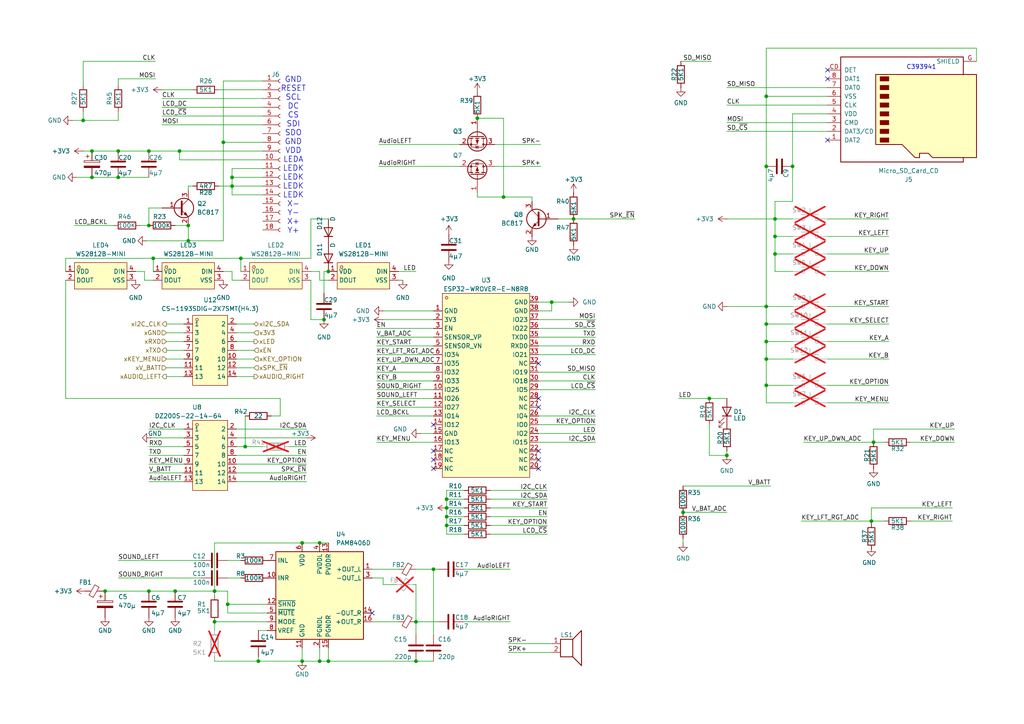
<source format=kicad_sch>
(kicad_sch (version 20231120) (generator "eeschema") (generator_version "8.0")
  (paper "A4")
  (junction (at 52.07 43.815))
  (junction (at 120.65 191.77))
  (junction (at 54.61 65.405))
  (junction (at 129.54 147.32))
  (junction (at 67.31 53.975))
  (junction (at 87.63 191.77))
  (junction (at 129.54 149.86))
  (junction (at 222.25 104.14))
  (junction (at 253.365 128.27))
  (junction (at 205.74 115.57))
  (junction (at 71.12 129.54))
  (junction (at 166.37 63.5))
  (junction (at 34.29 43.815))
  (junction (at 222.25 111.76))
  (junction (at 43.18 171.45))
  (junction (at 95.25 78.74))
  (junction (at 129.54 152.4))
  (junction (at 26.67 43.815))
  (junction (at 69.85 74.93))
  (junction (at 222.25 99.06))
  (junction (at 146.05 57.15))
  (junction (at 43.18 65.405))
  (junction (at 93.98 92.71))
  (junction (at 43.18 43.815))
  (junction (at 87.63 157.48))
  (junction (at 222.25 93.98))
  (junction (at 62.23 171.45))
  (junction (at 62.23 180.34))
  (junction (at 224.79 73.66))
  (junction (at 160.02 87.63))
  (junction (at 34.29 51.435))
  (junction (at 252.73 151.13))
  (junction (at 64.77 41.275))
  (junction (at 67.31 51.435))
  (junction (at 224.79 68.58))
  (junction (at 26.67 51.435))
  (junction (at 92.71 191.77))
  (junction (at 66.04 175.26))
  (junction (at 198.12 148.59))
  (junction (at 222.25 48.26))
  (junction (at 74.93 191.77))
  (junction (at 229.87 48.26))
  (junction (at 24.13 34.925))
  (junction (at 50.8 171.45))
  (junction (at 95.25 191.77))
  (junction (at 30.48 171.45))
  (junction (at 210.82 132.08))
  (junction (at 224.79 63.5))
  (junction (at 138.43 34.29))
  (junction (at 44.45 74.93))
  (junction (at 222.25 88.9))
  (junction (at 120.65 180.34))
  (junction (at 129.54 144.78))
  (junction (at 222.25 27.94))
  (junction (at 125.73 165.1))
  (junction (at 54.61 69.85))
  (junction (at 92.71 157.48))
  (no_connect (at 125.73 130.81))
  (no_connect (at 156.21 130.81))
  (no_connect (at 156.21 135.89))
  (no_connect (at 240.03 40.64))
  (no_connect (at 156.21 115.57))
  (no_connect (at 125.73 135.89))
  (no_connect (at 107.95 177.8))
  (no_connect (at 156.21 118.11))
  (no_connect (at 125.73 133.35))
  (no_connect (at 156.21 133.35))
  (no_connect (at 240.03 22.86))
  (no_connect (at 156.21 105.41))
  (no_connect (at 125.73 123.19))
  (no_connect (at 240.03 20.32))
  (wire (pts (xy 109.22 102.87) (xy 125.73 102.87)))
  (wire (pts (xy 81.28 120.65) (xy 78.74 120.65)))
  (wire (pts (xy 62.23 157.48) (xy 62.23 171.45)))
  (wire (pts (xy 34.29 51.435) (xy 43.18 51.435)))
  (wire (pts (xy 19.05 74.93) (xy 44.45 74.93)))
  (wire (pts (xy 120.65 165.1) (xy 125.73 165.1)))
  (wire (pts (xy 240.03 78.74) (xy 257.81 78.74)))
  (wire (pts (xy 45.085 22.86) (xy 34.29 22.86)))
  (wire (pts (xy 66.04 171.45) (xy 62.23 171.45)))
  (wire (pts (xy 55.88 53.975) (xy 54.61 53.975)))
  (wire (pts (xy 240.03 33.02) (xy 229.87 33.02)))
  (wire (pts (xy 29.845 171.45) (xy 30.48 171.45)))
  (wire (pts (xy 134.62 154.94) (xy 129.54 154.94)))
  (wire (pts (xy 109.22 118.11) (xy 125.73 118.11)))
  (wire (pts (xy 198.12 157.48) (xy 198.12 156.21)))
  (wire (pts (xy 222.25 111.76) (xy 222.25 104.14)))
  (wire (pts (xy 68.58 93.98) (xy 73.66 93.98)))
  (wire (pts (xy 19.05 78.74) (xy 19.05 74.93)))
  (wire (pts (xy 63.5 26.035) (xy 76.2 26.035)))
  (wire (pts (xy 30.48 171.45) (xy 43.18 171.45)))
  (wire (pts (xy 19.05 81.28) (xy 19.05 115.57)))
  (wire (pts (xy 146.05 57.15) (xy 154.305 57.15)))
  (wire (pts (xy 62.23 171.45) (xy 62.23 172.72)))
  (wire (pts (xy 46.99 26.035) (xy 55.88 26.035)))
  (wire (pts (xy 43.815 127) (xy 53.34 127)))
  (wire (pts (xy 142.24 147.32) (xy 158.75 147.32)))
  (wire (pts (xy 64.77 23.495) (xy 76.2 23.495)))
  (wire (pts (xy 109.22 95.25) (xy 125.73 95.25)))
  (wire (pts (xy 160.02 87.63) (xy 165.1 87.63)))
  (wire (pts (xy 229.87 111.76) (xy 222.25 111.76)))
  (wire (pts (xy 74.93 182.88) (xy 77.47 182.88)))
  (wire (pts (xy 156.21 113.03) (xy 172.72 113.03)))
  (wire (pts (xy 147.32 186.69) (xy 160.02 186.69)))
  (wire (pts (xy 156.21 92.71) (xy 172.72 92.71)))
  (wire (pts (xy 109.855 41.91) (xy 133.35 41.91)))
  (wire (pts (xy 252.73 147.32) (xy 252.73 151.13)))
  (wire (pts (xy 222.25 88.9) (xy 229.87 88.9)))
  (wire (pts (xy 92.71 78.74) (xy 92.71 81.28)))
  (wire (pts (xy 26.67 43.815) (xy 34.29 43.815)))
  (wire (pts (xy 283.21 13.97) (xy 222.25 13.97)))
  (wire (pts (xy 71.12 120.65) (xy 71.12 129.54)))
  (wire (pts (xy 129.54 152.4) (xy 129.54 149.86)))
  (wire (pts (xy 146.05 34.29) (xy 146.05 57.15)))
  (wire (pts (xy 134.62 147.32) (xy 129.54 147.32)))
  (wire (pts (xy 67.31 51.435) (xy 67.31 48.895)))
  (wire (pts (xy 134.62 165.1) (xy 147.955 165.1)))
  (wire (pts (xy 46.99 28.575) (xy 76.2 28.575)))
  (wire (pts (xy 81.28 115.57) (xy 81.28 120.65)))
  (wire (pts (xy 210.82 63.5) (xy 224.79 63.5)))
  (wire (pts (xy 134.62 144.78) (xy 129.54 144.78)))
  (wire (pts (xy 127 180.34) (xy 120.65 180.34)))
  (wire (pts (xy 142.24 154.94) (xy 158.75 154.94)))
  (wire (pts (xy 64.77 41.275) (xy 76.2 41.275)))
  (wire (pts (xy 64.77 23.495) (xy 64.77 41.275)))
  (wire (pts (xy 240.03 68.58) (xy 257.81 68.58)))
  (wire (pts (xy 43.18 60.325) (xy 43.18 65.405)))
  (wire (pts (xy 109.22 97.79) (xy 125.73 97.79)))
  (wire (pts (xy 156.845 41.91) (xy 143.51 41.91)))
  (wire (pts (xy 68.58 129.54) (xy 71.12 129.54)))
  (wire (pts (xy 111.125 169.545) (xy 111.125 167.64)))
  (wire (pts (xy 224.79 78.74) (xy 229.87 78.74)))
  (wire (pts (xy 111.125 92.71) (xy 125.73 92.71)))
  (wire (pts (xy 224.79 73.66) (xy 224.79 78.74)))
  (wire (pts (xy 156.845 48.26) (xy 143.51 48.26)))
  (wire (pts (xy 109.22 115.57) (xy 125.73 115.57)))
  (wire (pts (xy 240.03 63.5) (xy 257.81 63.5)))
  (wire (pts (xy 24.13 43.815) (xy 26.67 43.815)))
  (wire (pts (xy 46.99 60.325) (xy 43.18 60.325)))
  (wire (pts (xy 74.93 190.5) (xy 74.93 191.77)))
  (wire (pts (xy 93.98 78.74) (xy 95.25 78.74)))
  (wire (pts (xy 34.29 22.86) (xy 34.29 24.765)))
  (wire (pts (xy 232.41 151.13) (xy 252.73 151.13)))
  (wire (pts (xy 68.58 106.68) (xy 73.66 106.68)))
  (wire (pts (xy 90.17 81.28) (xy 90.17 92.71)))
  (wire (pts (xy 283.21 17.78) (xy 283.21 13.97)))
  (wire (pts (xy 92.71 81.28) (xy 95.25 81.28)))
  (wire (pts (xy 20.955 34.925) (xy 24.13 34.925)))
  (wire (pts (xy 222.25 104.14) (xy 229.87 104.14)))
  (wire (pts (xy 224.79 63.5) (xy 224.79 68.58)))
  (wire (pts (xy 67.31 51.435) (xy 76.2 51.435)))
  (wire (pts (xy 34.29 32.385) (xy 34.29 34.925)))
  (wire (pts (xy 222.25 27.94) (xy 240.03 27.94)))
  (wire (pts (xy 252.73 151.765) (xy 252.73 151.13)))
  (wire (pts (xy 127 165.1) (xy 125.73 165.1)))
  (wire (pts (xy 142.24 144.78) (xy 158.75 144.78)))
  (wire (pts (xy 154.305 57.15) (xy 154.305 58.42)))
  (wire (pts (xy 205.74 115.57) (xy 210.82 115.57)))
  (wire (pts (xy 95.25 191.77) (xy 92.71 191.77)))
  (wire (pts (xy 129.54 142.24) (xy 129.54 144.78)))
  (wire (pts (xy 120.65 180.34) (xy 120.65 184.15)))
  (wire (pts (xy 156.21 128.27) (xy 172.72 128.27)))
  (wire (pts (xy 67.31 53.975) (xy 67.31 51.435)))
  (wire (pts (xy 68.58 104.14) (xy 73.66 104.14)))
  (wire (pts (xy 68.58 127) (xy 88.9 127)))
  (wire (pts (xy 68.58 124.46) (xy 88.9 124.46)))
  (wire (pts (xy 240.03 35.56) (xy 210.82 35.56)))
  (wire (pts (xy 125.73 165.1) (xy 125.73 184.15)))
  (wire (pts (xy 44.45 74.93) (xy 69.85 74.93)))
  (wire (pts (xy 161.925 63.5) (xy 166.37 63.5)))
  (wire (pts (xy 109.22 100.33) (xy 125.73 100.33)))
  (wire (pts (xy 156.21 95.25) (xy 172.72 95.25)))
  (wire (pts (xy 264.16 151.13) (xy 276.225 151.13)))
  (wire (pts (xy 43.18 129.54) (xy 53.34 129.54)))
  (wire (pts (xy 222.25 48.26) (xy 222.25 88.9)))
  (wire (pts (xy 134.62 152.4) (xy 129.54 152.4)))
  (wire (pts (xy 156.21 107.95) (xy 172.72 107.95)))
  (wire (pts (xy 253.365 128.27) (xy 256.54 128.27)))
  (wire (pts (xy 222.25 111.76) (xy 222.25 116.84)))
  (wire (pts (xy 19.05 115.57) (xy 81.28 115.57)))
  (wire (pts (xy 198.12 140.97) (xy 223.52 140.97)))
  (wire (pts (xy 46.99 33.655) (xy 76.2 33.655)))
  (wire (pts (xy 109.855 48.26) (xy 133.35 48.26)))
  (wire (pts (xy 34.29 162.56) (xy 58.42 162.56)))
  (wire (pts (xy 95.25 187.96) (xy 95.25 191.77)))
  (wire (pts (xy 43.18 132.08) (xy 53.34 132.08)))
  (wire (pts (xy 109.22 105.41) (xy 125.73 105.41)))
  (wire (pts (xy 66.04 162.56) (xy 69.85 162.56)))
  (wire (pts (xy 69.85 74.93) (xy 69.85 78.74)))
  (wire (pts (xy 134.62 149.86) (xy 129.54 149.86)))
  (wire (pts (xy 240.03 111.76) (xy 257.81 111.76)))
  (wire (pts (xy 43.18 43.815) (xy 52.07 43.815)))
  (wire (pts (xy 53.34 96.52) (xy 48.26 96.52)))
  (wire (pts (xy 222.25 88.9) (xy 222.25 93.98)))
  (wire (pts (xy 210.82 30.48) (xy 240.03 30.48)))
  (wire (pts (xy 44.45 74.93) (xy 44.45 78.74)))
  (wire (pts (xy 53.34 101.6) (xy 48.26 101.6)))
  (wire (pts (xy 83.82 129.54) (xy 88.9 129.54)))
  (wire (pts (xy 67.31 78.74) (xy 67.31 81.28)))
  (wire (pts (xy 138.43 55.88) (xy 138.43 57.15)))
  (wire (pts (xy 156.21 100.33) (xy 172.72 100.33)))
  (wire (pts (xy 67.31 81.28) (xy 69.85 81.28)))
  (wire (pts (xy 276.86 124.46) (xy 253.365 124.46)))
  (wire (pts (xy 240.03 38.1) (xy 210.82 38.1)))
  (wire (pts (xy 114.935 169.545) (xy 111.125 169.545)))
  (wire (pts (xy 109.22 113.03) (xy 125.73 113.03)))
  (wire (pts (xy 52.07 46.355) (xy 52.07 43.815)))
  (wire (pts (xy 54.61 65.405) (xy 54.61 69.85)))
  (wire (pts (xy 34.29 43.815) (xy 43.18 43.815)))
  (wire (pts (xy 142.24 149.86) (xy 158.75 149.86)))
  (wire (pts (xy 66.04 177.8) (xy 66.04 175.26)))
  (wire (pts (xy 156.21 125.73) (xy 172.72 125.73)))
  (wire (pts (xy 68.58 137.16) (xy 88.9 137.16)))
  (wire (pts (xy 43.18 134.62) (xy 53.34 134.62)))
  (wire (pts (xy 95.25 157.48) (xy 92.71 157.48)))
  (wire (pts (xy 210.82 132.08) (xy 210.82 130.81)))
  (wire (pts (xy 229.87 116.84) (xy 222.25 116.84)))
  (wire (pts (xy 42.545 69.85) (xy 54.61 69.85)))
  (wire (pts (xy 52.07 46.355) (xy 76.2 46.355)))
  (wire (pts (xy 196.85 115.57) (xy 205.74 115.57)))
  (wire (pts (xy 67.31 48.895) (xy 76.2 48.895)))
  (wire (pts (xy 64.77 41.275) (xy 64.77 69.85)))
  (wire (pts (xy 24.13 32.385) (xy 24.13 34.925)))
  (wire (pts (xy 53.34 93.98) (xy 48.26 93.98)))
  (wire (pts (xy 205.74 132.08) (xy 210.82 132.08)))
  (wire (pts (xy 68.58 109.22) (xy 73.66 109.22)))
  (wire (pts (xy 90.17 74.93) (xy 90.17 63.5)))
  (wire (pts (xy 197.485 17.78) (xy 206.375 17.78)))
  (wire (pts (xy 156.21 90.17) (xy 160.02 90.17)))
  (wire (pts (xy 26.67 51.435) (xy 34.29 51.435)))
  (wire (pts (xy 109.22 107.95) (xy 125.73 107.95)))
  (wire (pts (xy 240.03 93.98) (xy 257.81 93.98)))
  (wire (pts (xy 53.34 99.06) (xy 48.26 99.06)))
  (wire (pts (xy 205.74 123.19) (xy 205.74 132.08)))
  (wire (pts (xy 69.85 74.93) (xy 90.17 74.93)))
  (wire (pts (xy 68.58 96.52) (xy 73.66 96.52)))
  (wire (pts (xy 222.25 99.06) (xy 222.25 104.14)))
  (wire (pts (xy 252.73 159.385) (xy 252.73 158.75)))
  (wire (pts (xy 222.25 27.94) (xy 222.25 48.26)))
  (wire (pts (xy 224.79 63.5) (xy 229.87 63.5)))
  (wire (pts (xy 156.21 110.49) (xy 172.72 110.49)))
  (wire (pts (xy 224.79 68.58) (xy 229.87 68.58)))
  (wire (pts (xy 50.8 171.45) (xy 62.23 171.45)))
  (wire (pts (xy 198.12 148.59) (xy 210.82 148.59)))
  (wire (pts (xy 222.25 93.98) (xy 229.87 93.98)))
  (wire (pts (xy 67.31 56.515) (xy 76.2 56.515)))
  (wire (pts (xy 67.31 53.975) (xy 76.2 53.975)))
  (wire (pts (xy 166.37 63.5) (xy 184.15 63.5)))
  (wire (pts (xy 53.34 104.14) (xy 48.26 104.14)))
  (wire (pts (xy 120.65 169.545) (xy 120.65 180.34)))
  (wire (pts (xy 109.22 110.49) (xy 125.73 110.49)))
  (wire (pts (xy 68.58 132.08) (xy 88.9 132.08)))
  (wire (pts (xy 222.25 99.06) (xy 229.87 99.06)))
  (wire (pts (xy 22.225 51.435) (xy 26.67 51.435)))
  (wire (pts (xy 95.25 191.77) (xy 120.65 191.77)))
  (wire (pts (xy 24.13 17.78) (xy 24.13 24.765)))
  (wire (pts (xy 120.65 191.77) (xy 125.73 191.77)))
  (wire (pts (xy 276.225 147.32) (xy 252.73 147.32)))
  (wire (pts (xy 66.04 167.64) (xy 69.85 167.64)))
  (wire (pts (xy 240.03 88.9) (xy 257.81 88.9)))
  (wire (pts (xy 87.63 191.77) (xy 74.93 191.77)))
  (wire (pts (xy 92.71 191.77) (xy 87.63 191.77)))
  (wire (pts (xy 62.23 191.77) (xy 74.93 191.77)))
  (wire (pts (xy 229.87 33.02) (xy 229.87 48.26)))
  (wire (pts (xy 111.125 90.17) (xy 125.73 90.17)))
  (wire (pts (xy 87.63 187.96) (xy 87.63 191.77)))
  (wire (pts (xy 264.16 128.27) (xy 276.86 128.27)))
  (wire (pts (xy 77.47 177.8) (xy 66.04 177.8)))
  (wire (pts (xy 54.61 53.975) (xy 54.61 55.245)))
  (wire (pts (xy 66.04 175.26) (xy 66.04 171.45)))
  (wire (pts (xy 240.03 104.14) (xy 257.81 104.14)))
  (wire (pts (xy 134.62 180.34) (xy 147.955 180.34)))
  (wire (pts (xy 156.21 87.63) (xy 160.02 87.63)))
  (wire (pts (xy 45.085 17.78) (xy 24.13 17.78)))
  (wire (pts (xy 68.58 101.6) (xy 73.66 101.6)))
  (wire (pts (xy 90.17 63.5) (xy 95.25 63.5)))
  (wire (pts (xy 138.43 57.15) (xy 146.05 57.15)))
  (wire (pts (xy 120.015 169.545) (xy 120.65 169.545)))
  (wire (pts (xy 160.02 90.17) (xy 160.02 87.63)))
  (wire (pts (xy 147.32 189.23) (xy 160.02 189.23)))
  (wire (pts (xy 138.43 34.29) (xy 146.05 34.29)))
  (wire (pts (xy 43.18 139.7) (xy 53.34 139.7)))
  (wire (pts (xy 62.23 190.5) (xy 62.23 191.77)))
  (wire (pts (xy 109.22 128.27) (xy 125.73 128.27)))
  (wire (pts (xy 142.24 142.24) (xy 158.75 142.24)))
  (wire (pts (xy 142.24 152.4) (xy 158.75 152.4)))
  (wire (pts (xy 24.13 34.925) (xy 34.29 34.925)))
  (wire (pts (xy 129.54 154.94) (xy 129.54 152.4)))
  (wire (pts (xy 87.63 157.48) (xy 92.71 157.48)))
  (wire (pts (xy 134.62 142.24) (xy 129.54 142.24)))
  (wire (pts (xy 62.23 157.48) (xy 87.63 157.48)))
  (wire (pts (xy 46.99 31.115) (xy 76.2 31.115)))
  (wire (pts (xy 76.2 129.54) (xy 71.12 129.54)))
  (wire (pts (xy 34.29 167.64) (xy 58.42 167.64)))
  (wire (pts (xy 53.34 109.22) (xy 48.26 109.22)))
  (wire (pts (xy 46.99 36.195) (xy 76.2 36.195)))
  (wire (pts (xy 224.79 58.42) (xy 224.79 63.5)))
  (wire (pts (xy 63.5 53.975) (xy 67.31 53.975)))
  (wire (pts (xy 233.045 128.27) (xy 253.365 128.27)))
  (wire (pts (xy 115.57 78.74) (xy 120.65 78.74)))
  (wire (pts (xy 64.77 78.74) (xy 67.31 78.74)))
  (wire (pts (xy 222.25 13.97) (xy 222.25 27.94)))
  (wire (pts (xy 224.79 68.58) (xy 224.79 73.66)))
  (wire (pts (xy 224.79 73.66) (xy 229.87 73.66)))
  (wire (pts (xy 156.21 102.87) (xy 172.72 102.87)))
  (wire (pts (xy 156.21 123.19) (xy 172.72 123.19)))
  (wire (pts (xy 111.125 167.64) (xy 107.95 167.64)))
  (wire (pts (xy 67.31 56.515) (xy 67.31 53.975)))
  (wire (pts (xy 53.34 106.68) (xy 48.26 106.68)))
  (wire (pts (xy 107.95 165.1) (xy 115.57 165.1)))
  (wire (pts (xy 252.73 151.13) (xy 256.54 151.13)))
  (wire (pts (xy 240.03 99.06) (xy 257.81 99.06)))
  (wire (pts (xy 41.91 78.74) (xy 41.91 81.28)))
  (wire (pts (xy 66.04 175.26) (xy 77.47 175.26)))
  (wire (pts (xy 68.58 99.06) (xy 73.66 99.06)))
  (wire (pts (xy 240.03 116.84) (xy 257.81 116.84)))
  (wire (pts (xy 129.54 147.32) (xy 129.54 149.86)))
  (wire (pts (xy 109.22 120.65) (xy 125.73 120.65)))
  (wire (pts (xy 90.17 78.74) (xy 92.71 78.74)))
  (wire (pts (xy 68.58 134.62) (xy 88.9 134.62)))
  (wire (pts (xy 52.07 43.815) (xy 76.2 43.815)))
  (wire (pts (xy 41.91 81.28) (xy 44.45 81.28)))
  (wire (pts (xy 62.23 182.88) (xy 62.23 180.34)))
  (wire (pts (xy 210.82 88.9) (xy 222.25 88.9)))
  (wire (pts (xy 240.03 73.66) (xy 257.81 73.66)))
  (wire (pts (xy 43.18 171.45) (xy 50.8 171.45)))
  (wire (pts (xy 210.82 25.4) (xy 240.03 25.4)))
  (wire (pts (xy 62.23 180.34) (xy 77.47 180.34)))
  (wire (pts (xy 21.59 65.405) (xy 33.02 65.405)))
  (wire (pts (xy 107.95 180.34) (xy 115.57 180.34)))
  (wire (pts (xy 156.21 120.65) (xy 172.72 120.65)))
  (wire (pts (xy 43.18 124.46) (xy 53.34 124.46)))
  (wire (pts (xy 92.71 187.96) (xy 92.71 191.77)))
  (wire (pts (xy 121.92 125.73) (xy 125.73 125.73)))
  (wire (pts (xy 40.64 65.405) (xy 43.18 65.405)))
  (wire (pts (xy 39.37 78.74) (xy 41.91 78.74)))
  (wire (pts (xy 93.98 85.09) (xy 93.98 78.74)))
  (wire (pts (xy 129.54 144.78) (xy 129.54 147.32)))
  (wire (pts (xy 68.58 139.7) (xy 88.9 139.7)))
  (wire (pts (xy 54.61 69.85) (xy 64.77 69.85)))
  (wire (pts (xy 90.17 92.71) (xy 93.98 92.71)))
  (wire (pts (xy 222.25 93.98) (xy 222.25 99.06)))
  (wire (pts (xy 253.365 124.46) (xy 253.365 128.27)))
  (wire (pts (xy 156.21 97.79) (xy 172.72 97.79)))
  (wire (pts (xy 50.8 65.405) (xy 54.61 65.405)))
  (wire (pts (xy 224.79 58.42) (xy 229.87 58.42)))
  (wire (pts (xy 229.87 58.42) (xy 229.87 48.26)))
  (wire (pts (xy 43.18 137.16) (xy 53.34 137.16)))
  (wire (pts (xy 116.84 81.28) (xy 115.57 81.28)))
  (text "GND\nRESET\nSCL\nDC\nCS\nSDI\nSDO\nGND\nVDD\nLEDA\nLEDK\nLEDK\nLEDK\nLEDK\nX-\nY-\nX+\nY+\n" (at 85.09 45.085 0) (effects (font (size 1.6002 1.6002))))
  (text "C393941" (at 262.89 20.32 0) (effects (font (size 1.27 1.27)) (justify left bottom)))
  (label "KEY_UP" (at 257.81 73.66 180))
  (label "KEY_SELECT" (at 109.22 118.11 0))
  (label "EN" (at 109.22 95.25 0))
  (label "LED" (at 172.72 125.73 180))
  (label "KEY_START" (at 109.22 100.33 0))
  (label "SD_~{CS}" (at 210.82 38.1 0))
  (label "CLK" (at 210.82 30.48 0))
  (label "KEY_RIGHT" (at 257.81 63.5 180))
  (label "AudioRIGHT" (at 147.955 180.34 180))
  (label "MOSI" (at 210.82 35.56 0))
  (label "SOUND_RIGHT" (at 34.29 167.64 0))
  (label "LED" (at 120.65 78.74 180))
  (label "LCD_~{CS}" (at 158.75 154.94 180))
  (label "AudioLEFT" (at 147.955 165.1 180))
  (label "SPK-" (at 156.845 41.91 180))
  (label "AudioLEFT" (at 109.855 41.91 0))
  (label "TXD" (at 172.72 97.79 180))
  (label "KEY_DOWN" (at 276.86 128.27 180))
  (label "LED" (at 196.85 115.57 0))
  (label "SD_~{CS}" (at 172.72 95.25 180))
  (label "RXD" (at 43.18 129.54 0))
  (label "KEY_LEFT" (at 276.225 147.32 180))
  (label "I2C_CLK" (at 158.75 142.24 180))
  (label "LCD_BCKL" (at 21.59 65.405 0))
  (label "SD_MISO" (at 210.82 25.4 0))
  (label "LED" (at 88.9 129.54 180))
  (label "CLK" (at 46.99 28.575 0))
  (label "SOUND_LEFT" (at 109.22 115.57 0))
  (label "KEY_LFT_RGT_ADC" (at 232.41 151.13 0))
  (label "SOUND_RIGHT" (at 109.22 113.03 0))
  (label "I2C_SDA" (at 172.72 128.27 180))
  (label "I2C_CLK" (at 172.72 120.65 180))
  (label "MOSI" (at 45.085 22.86 180))
  (label "LCD_~{CS}" (at 172.72 113.03 180))
  (label "SPK-" (at 147.32 186.69 0))
  (label "KEY_OPTION" (at 257.81 111.76 180))
  (label "CLK" (at 172.72 110.49 180))
  (label "LCD_DC" (at 46.99 31.115 0))
  (label "KEY_UP_DWN_ADC" (at 233.045 128.27 0))
  (label "KEY_LFT_RGT_ADC" (at 109.22 102.87 0))
  (label "LCD_~{CS}" (at 46.99 33.655 0))
  (label "KEY_MENU" (at 109.22 128.27 0))
  (label "AudioLEFT" (at 43.18 139.7 0))
  (label "KEY_OPTION" (at 158.75 152.4 180))
  (label "AudioRIGHT" (at 88.9 139.7 180))
  (label "KEY_B" (at 109.22 110.49 0))
  (label "KEY_MENU" (at 257.81 116.84 180))
  (label "KEY_UP_DWN_ADC" (at 109.22 105.41 0))
  (label "SD_MISO" (at 172.72 107.95 180))
  (label "LCD_DC" (at 172.72 102.87 180))
  (label "LCD_BCKL" (at 109.22 120.65 0))
  (label "KEY_START" (at 257.81 88.9 180))
  (label "MOSI" (at 172.72 92.71 180))
  (label "EN" (at 158.75 149.86 180))
  (label "KEY_A" (at 257.81 99.06 180))
  (label "MOSI" (at 46.99 36.195 0))
  (label "KEY_DOWN" (at 257.81 78.74 180))
  (label "RXD" (at 172.72 100.33 180))
  (label "I2C_SDA" (at 158.75 144.78 180))
  (label "V_BAT_ADC" (at 210.82 148.59 180))
  (label "KEY_START" (at 158.75 147.32 180))
  (label "KEY_OPTION" (at 172.72 123.19 180))
  (label "KEY_OPTION" (at 88.9 134.62 180))
  (label "V_BATT" (at 43.18 137.16 0))
  (label "SOUND_LEFT" (at 34.29 162.56 0))
  (label "I2C_SDA" (at 88.9 124.46 180))
  (label "AudioRIGHT" (at 109.855 48.26 0))
  (label "SPK+" (at 156.845 48.26 180))
  (label "SD_MISO" (at 206.375 17.78 180))
  (label "V_BATT" (at 223.52 140.97 180))
  (label "KEY_SELECT" (at 257.81 93.98 180))
  (label "EN" (at 88.9 132.08 180))
  (label "TXD" (at 43.18 132.08 0))
  (label "V_BAT_ADC" (at 109.22 97.79 0))
  (label "KEY_A" (at 109.22 107.95 0))
  (label "SPK_~{EN}" (at 184.15 63.5 180))
  (label "KEY_RIGHT" (at 276.225 151.13 180))
  (label "KEY_LEFT" (at 257.81 68.58 180))
  (label "CLK" (at 45.085 17.78 180))
  (label "I2C_CLK" (at 43.18 124.46 0))
  (label "KEY_MENU" (at 43.18 134.62 0))
  (label "KEY_UP" (at 276.86 124.46 180))
  (label "KEY_B" (at 257.81 104.14 180))
  (label "SPK_~{EN}" (at 88.9 137.16 180))
  (label "SPK+" (at 147.32 189.23 0))
  (hierarchical_label "xKEY_MENU" (shape input) (at 48.26 104.14 180))
  (hierarchical_label "xRXD" (shape input) (at 48.26 99.06 180))
  (hierarchical_label "xKEY_OPTION" (shape input) (at 73.66 104.14 0))
  (hierarchical_label "xAUDIO_LEFT" (shape output) (at 48.26 109.22 180))
  (hierarchical_label "x3V3" (shape input) (at 73.66 96.52 0))
  (hierarchical_label "xAUDIO_RIGHT" (shape output) (at 73.66 109.22 0))
  (hierarchical_label "xTXD" (shape output) (at 48.26 101.6 180))
  (hierarchical_label "xEN" (shape input) (at 73.66 101.6 0))
  (hierarchical_label "xI2C_SDA" (shape bidirectional) (at 73.66 93.98 0))
  (hierarchical_label "xGND" (shape input) (at 48.26 96.52 180))
  (hierarchical_label "xI2C_CLK" (shape output) (at 48.26 93.98 180))
  (hierarchical_label "xLED" (shape output) (at 73.66 99.06 0))
  (hierarchical_label "xSPK_~{EN}" (shape input) (at 73.66 106.68 0))
  (hierarchical_label "xV_BATT" (shape input) (at 48.26 106.68 180))
  (symbol (lib_id "power:+3V3") (at 46.99 26.035 90) (unit 1)
    (property "Reference" "#PWR033" (effects (hide yes)))
    (property "Value" "+3V3" (at 43.18 26.035 90) (effects (justify left)))
    (property "Description" "Power symbol creates a global label with name \"+3V3\"" (effects (hide yes)))
  )
  (symbol (lib_id "Device:R") (at 138.43 152.4 270) (unit 1)
    (property "Reference" "R17" (at 132.08 151.13 90))
    (property "Value" "5K1" (at 138.43 152.4 90))
    (property "Footprint" "Resistor_SMD:R_0603_1608Metric_Pad0.98x0.95mm_HandSolder" (effects (hide yes)))
    (property "LCSC" "C26000" (effects (hide yes)))
    (property "SOURCED" "jop" (effects (hide yes)))
  )
  (symbol (lib_id "power:GND") (at 22.225 51.435 270) (mirror x) (unit 1)
    (property "Reference" "#PWR035" (effects (hide yes)))
    (property "Value" "GND" (at 17.145 51.435 90))
  )
  (symbol (lib_id "power:GND") (at 210.82 88.9 270) (mirror x) (unit 1)
    (property "Reference" "#PWR034" (effects (hide yes)))
    (property "Value" "GND" (at 205.74 88.9 90))
  )
  (symbol (lib_id "power:GND") (at 20.955 34.925 270) (mirror x) (unit 1)
    (property "Reference" "#PWR042" (effects (hide yes)))
    (property "Value" "GND" (at 15.875 34.925 90))
  )
  (symbol (lib_id "power:GND") (at 154.305 68.58 0) (mirror y) (unit 1)
    (property "Reference" "#PWR047" (effects (hide yes)))
    (property "Value" "GND" (at 154.305 72.39 0))
  )
  (symbol (lib_id "power:GND") (at 42.545 69.85 270) (mirror x) (unit 1)
    (property "Reference" "#PWR041" (effects (hide yes)))
    (property "Value" "GND" (at 37.465 69.85 90))
  )
  (symbol (lib_id "power:GND") (at 253.365 135.89 0) (unit 1)
    (property "Reference" "#PWR024" (effects (hide yes)))
    (property "Value" "GND" (at 253.365 140.335 0))
    (property "Description" "Power symbol creates a global label with name \"GND\" , ground" (effects (hide yes)))
  )
  (symbol (lib_id "easyeda2kicad:ESP32-WROVER-E-N8R8") (at 140.97 111.76 0) (unit 1)
    (property "Reference" "U3" (at 140.97 81.28 0))
    (property "Value" "ESP32-WROVER-E-N8R8" (at 140.97 83.82 0))
    (property "Footprint" "easyeda2kicad:WIFI-SMD_ESP32-WROVER-IE8MB" (effects (hide yes)))
    (property "SOURCED" "jop" (effects (hide yes)))
    (property "LCSC" "C2973667" (effects (hide yes)))
  )
  (symbol (lib_id "power:GND") (at 165.1 87.63 90) (unit 1)
    (property "Reference" "#PWR019" (effects (hide yes)))
    (property "Value" "GND" (at 168.91 87.6299 90) (effects (justify right)))
    (property "Description" "Power symbol creates a global label with name \"GND\" , ground" (effects (hide yes)))
  )
  (symbol (lib_id "power:+3V3") (at 111.125 92.71 90) (unit 1)
    (property "Reference" "#PWR04" (effects (hide yes)))
    (property "Value" "+3V3" (at 107.315 92.71 90) (effects (justify left)))
    (property "Description" "Power symbol creates a global label with name \"+3V3\"" (effects (hide yes)))
  )
  (symbol (lib_id "Device:D") (at 95.25 74.93 90) (unit 1)
    (property "Reference" "D11" (at 92.71 72.39 0))
    (property "Value" "D" (at 96.52 71.12 0))
    (property "Footprint" "Diode_SMD:Nexperia_CFP3_SOD-123W" (effects (hide yes)))
    (property "Description" "Diode" (effects (hide yes)))
    (property "Sim.Device" "D" (effects (hide yes)))
    (property "Sim.Pins" "1=K 2=A" (effects (hide yes)))
    (property "LCSC" "C5120763" (effects (hide yes)))
    (property "SOURCED" "jop" (effects (hide yes)))
  )
  (symbol (lib_id "Device:R") (at 138.43 142.24 270) (unit 1)
    (property "Reference" "R10" (at 132.08 140.97 90))
    (property "Value" "5K1" (at 138.43 142.24 90))
    (property "Footprint" "Resistor_SMD:R_0603_1608Metric_Pad0.98x0.95mm_HandSolder" (effects (hide yes)))
    (property "LCSC" "C26000" (effects (hide yes)))
    (property "SOURCED" "jop" (effects (hide yes)))
  )
  (symbol (lib_id "Device:C_Polarized") (at 30.48 175.26 0) (unit 1)
    (property "Reference" "C5" (at 34.29 173.1009 0) (effects (justify left)))
    (property "Value" "470µ" (at 34.29 175.6409 0) (effects (justify left)))
    (property "Footprint" "Capacitor_Tantalum_SMD:CP_EIA-7343-43_Kemet-X" (effects (hide yes)))
    (property "Description" "Polarized capacitor" (effects (hide yes)))
    (property "LCSC" "C724264" (effects (hide yes)))
  )
  (symbol (lib_id "Device:R") (at 198.12 144.78 0) (unit 1)
    (property "Reference" "R35" (at 199.39 142.875 0) (effects (justify left)))
    (property "Value" "100K" (at 198.12 147.32 90) (effects (justify left)))
    (property "Footprint" "Resistor_SMD:R_0603_1608Metric_Pad0.98x0.95mm_HandSolder" (effects (hide yes)))
    (property "LCSC" "C15458" (effects (hide yes)))
    (property "SOURCED" "jop" (effects (hide yes)))
  )
  (symbol (lib_id "Device:R") (at 205.74 119.38 0) (unit 1)
    (property "Reference" "R19" (at 203.835 119.38 90))
    (property "Value" "5K1" (at 205.74 119.38 90))
    (property "Footprint" "Resistor_SMD:R_0603_1608Metric_Pad0.98x0.95mm_HandSolder" (effects (hide yes)))
    (property "LCSC" "C26000" (effects (hide yes)))
    (property "SOURCED" "jop" (effects (hide yes)))
  )
  (symbol (lib_id "Device:FerriteBead_Small") (at 118.11 165.1 90) (unit 1)
    (property "Reference" "FB2" (at 115.57 163.83 90))
    (property "Value" "FerriteBead_Small" (effects (hide yes)))
    (property "Footprint" "Inductor_SMD:L_0805_2012Metric" (effects (hide yes)))
    (property "Description" "600R 100MHz 100mOhm 2Amp" (effects (hide yes)))
    (property "LCSC" "C963878" (effects (hide yes)))
    (property "SOURCED" "jop" (effects (hide yes)))
  )
  (symbol (lib_id "Device:C") (at 130.81 180.34 90) (unit 1)
    (property "Reference" "C18" (at 135.89 179.07 90) (effects (justify left)))
    (property "Value" "4µ7" (at 135.89 181.61 90) (effects (justify left)))
    (property "Footprint" "Capacitor_SMD:C_1206_3216Metric" (effects (hide yes)))
    (property "Description" "25V" (effects (hide yes)))
    (property "LCSC" "C282809" (effects (hide yes)))
    (property "SOURCED" "jop" (effects (hide yes)))
  )
  (symbol (lib_id "Device:R") (at 138.43 149.86 270) (unit 1)
    (property "Reference" "R16" (at 132.08 148.59 90))
    (property "Value" "5K1" (at 138.43 149.86 90))
    (property "Footprint" "Resistor_SMD:R_0603_1608Metric_Pad0.98x0.95mm_HandSolder" (effects (hide yes)))
    (property "LCSC" "C26000" (effects (hide yes)))
    (property "SOURCED" "jop" (effects (hide yes)))
  )
  (symbol (lib_id "easyeda2kicad:DZ200S-22-14-64") (at 60.96 132.08 0) (unit 1)
    (property "Reference" "U8" (at 57.15 118.11 0))
    (property "Value" "DZ200S-22-14-64" (at 54.61 120.65 0))
    (property "Footprint" "easyeda2kicad:HDR-SMD_14P-P2.00-V-M-R2-C7-LS6.4" (effects (hide yes)))
    (property "LCSC" "C5160772" (effects (hide yes)))
  )
  (symbol (lib_id "Device:R") (at 252.73 155.575 0) (unit 1)
    (property "Reference" "R37" (at 250.825 155.575 90))
    (property "Value" "5K1" (at 252.73 155.575 90))
    (property "Footprint" "Resistor_SMD:R_0603_1608Metric_Pad0.98x0.95mm_HandSolder" (effects (hide yes)))
    (property "LCSC" "C26000" (effects (hide yes)))
    (property "SOURCED" "jop" (effects (hide yes)))
  )
  (symbol (lib_id "power:GND") (at 252.73 158.75 0) (unit 1)
    (property "Reference" "#PWR029" (effects (hide yes)))
    (property "Value" "GND" (at 252.095 163.195 0))
    (property "Description" "Power symbol creates a global label with name \"GND\" , ground" (effects (hide yes)))
  )
  (symbol (lib_id "Device:R") (at 80.01 129.54 270) (unit 1) (in_bom no) (dnp yes)
    (property "Reference" "R41" (at 74.93 128.27 90))
    (property "Value" "22" (at 80.01 129.54 90))
    (property "Footprint" "Resistor_SMD:R_0603_1608Metric_Pad0.98x0.95mm_HandSolder" (effects (hide yes)))
    (property "LCSC" "C1203" (effects (hide yes)))
    (property "SOURCED" "jop" (effects (hide yes)))
  )
  (symbol (lib_id "power:GND") (at 87.63 191.77 0) (mirror y) (unit 1)
    (property "Reference" "#PWR022" (effects (hide yes)))
    (property "Value" "GND" (at 87.63 195.58 0))
  )
  (symbol (lib_id "easyeda2kicad:CS-1193SDIG-2X7SMT(H4.3)") (at 60.96 101.6 0) (unit 1)
    (property "Reference" "U12" (at 60.96 86.995 0))
    (property "Value" "CS-1193SDIG-2X7SMT(H4.3)" (at 60.96 89.535 0))
    (property "Footprint" "TheBrutzlers_Lib:PM200-2-07-S-4.3" (effects (hide yes)))
    (property "LCSC" "C3975171" (effects (hide yes)))
  )
  (symbol (lib_id "Device:C") (at 130.81 165.1 90) (unit 1)
    (property "Reference" "C17" (at 135.89 163.83 90) (effects (justify left)))
    (property "Value" "4µ7" (at 135.89 166.37 90) (effects (justify left)))
    (property "Footprint" "Capacitor_SMD:C_1206_3216Metric" (effects (hide yes)))
    (property "Description" "25V" (effects (hide yes)))
    (property "LCSC" "C282809" (effects (hide yes)))
    (property "SOURCED" "jop" (effects (hide yes)))
  )
  (symbol (lib_id "Device:R") (at 197.485 21.59 0) (unit 1)
    (property "Reference" "R22" (at 195.58 21.59 90))
    (property "Value" "5K1" (at 197.485 21.59 90))
    (property "Footprint" "Resistor_SMD:R_0603_1608Metric_Pad0.98x0.95mm_HandSolder" (effects (hide yes)))
    (property "LCSC" "C26000" (effects (hide yes)))
    (property "SOURCED" "jop" (effects (hide yes)))
  )
  (symbol (lib_id "Device:R") (at 73.66 162.56 90) (unit 1)
    (property "Reference" "R3" (at 71.12 161.29 90) (effects (justify left)))
    (property "Value" "100K" (at 76.2 162.56 90) (effects (justify left)))
    (property "Footprint" "Resistor_SMD:R_0603_1608Metric_Pad0.98x0.95mm_HandSolder" (effects (hide yes)))
    (property "LCSC" "C15458" (effects (hide yes)))
    (property "SOURCED" "jop" (effects (hide yes)))
  )
  (symbol (lib_id "Device:R") (at 260.35 151.13 90) (unit 1)
    (property "Reference" "R38" (at 260.35 153.035 90))
    (property "Value" "5K1" (at 260.35 151.13 90))
    (property "Footprint" "Resistor_SMD:R_0603_1608Metric_Pad0.98x0.95mm_HandSolder" (effects (hide yes)))
    (property "LCSC" "C26000" (effects (hide yes)))
    (property "SOURCED" "jop" (effects (hide yes)))
  )
  (symbol (lib_id "Device:R") (at 74.93 120.65 270) (unit 1)
    (property "Reference" "R42" (at 69.85 119.38 90))
    (property "Value" "22" (at 74.93 120.65 90))
    (property "Footprint" "Resistor_SMD:R_0603_1608Metric_Pad0.98x0.95mm_HandSolder" (effects (hide yes)))
    (property "LCSC" "C1203" (effects (hide yes)))
    (property "SOURCED" "jop" (effects (hide yes)))
  )
  (symbol (lib_id "Device:C") (at 93.98 88.9 0) (unit 1)
    (property "Reference" "C29" (at 93.98 86.995 0) (effects (justify left)))
    (property "Value" "4µ7" (at 93.98 91.44 0) (effects (justify left)))
    (property "Footprint" "Capacitor_SMD:C_1206_3216Metric" (effects (hide yes)))
    (property "Description" "25V" (effects (hide yes)))
    (property "LCSC" "C282809" (effects (hide yes)))
    (property "SOURCED" "jop" (effects (hide yes)))
  )
  (symbol (lib_id "Device:R") (at 253.365 132.08 0) (unit 1)
    (property "Reference" "R21" (at 251.46 132.08 90))
    (property "Value" "5K1" (at 253.365 132.08 90))
    (property "Footprint" "Resistor_SMD:R_0603_1608Metric_Pad0.98x0.95mm_HandSolder" (effects (hide yes)))
    (property "LCSC" "C26000" (effects (hide yes)))
    (property "SOURCED" "jop" (effects (hide yes)))
  )
  (symbol (lib_id "Transistor_BJT:BC817") (at 52.07 60.325 0) (unit 1)
    (property "Reference" "Q2" (at 57.15 59.0549 0) (effects (justify left)))
    (property "Value" "BC817" (at 57.15 61.5949 0) (effects (justify left)))
    (property "Footprint" "Package_TO_SOT_SMD:SOT-323_SC-70" (effects (hide yes)))
    (property "Datasheet" "https://www.onsemi.com/pub/Collateral/BC818-D.pdf" (effects (hide yes)))
    (property "Description" "0.8A Ic, 45V Vce, NPN Transistor, SOT-23" (effects (hide yes)))
    (property "LCSC" "C383187" (effects (hide yes)))
    (property "SOURCED" "jop" (effects (hide yes)))
  )
  (symbol (lib_id "power:GND") (at 30.48 179.07 0) (mirror y) (unit 1)
    (property "Reference" "#PWR014" (effects (hide yes)))
    (property "Value" "GND" (at 30.48 182.88 0))
  )
  (symbol (lib_id "power:GND") (at 111.125 90.17 270) (unit 1)
    (property "Reference" "#PWR02" (effects (hide yes)))
    (property "Value" "GND" (at 107.315 90.1699 90) (effects (justify right)))
    (property "Description" "Power symbol creates a global label with name \"GND\" , ground" (effects (hide yes)))
  )
  (symbol (lib_id "Device:C") (at 125.73 187.96 180) (unit 1)
    (property "Reference" "C16" (at 127 185.42 0) (effects (justify right)))
    (property "Value" "220p" (at 127 190.5 0) (effects (justify right)))
    (property "Footprint" "Capacitor_SMD:C_0603_1608Metric" (effects (hide yes)))
    (property "Description" "50V" (effects (hide yes)))
    (property "LCSC" "C107081" (effects (hide yes)))
    (property "SOURCED" "jop" (effects (hide yes)))
  )
  (symbol (lib_id "Connector:Conn_01x18_Socket") (at 81.28 43.815 0) (unit 1)
    (property "Reference" "J6" (at 78.74 21.59 0) (effects (justify left)))
    (property "Value" "Conn_01x18_Socket" (effects (hide yes)))
    (property "Footprint" "TheBrutzlers_Lib:solder connector 0.8mm 18 pin" (effects (hide yes)))
    (property "Description" "Generic connector, single row, 01x18, script generated" (effects (hide yes)))
    (property "SOURCED" "party (2 missing)" (effects (hide yes)))
  )
  (symbol (lib_id "Device:R") (at 36.83 65.405 90) (unit 1)
    (property "Reference" "R46" (at 38.1 62.865 90) (effects (justify left)))
    (property "Value" "100K" (at 39.37 65.405 90) (effects (justify left)))
    (property "Footprint" "Resistor_SMD:R_0603_1608Metric_Pad0.98x0.95mm_HandSolder" (effects (hide yes)))
    (property "LCSC" "C15458" (effects (hide yes)))
    (property "SOURCED" "jop" (effects (hide yes)))
  )
  (symbol (lib_id "Device:C") (at 43.18 175.26 0) (unit 1)
    (property "Reference" "C6" (at 43.815 173.355 0) (effects (justify left)))
    (property "Value" "4µ7" (at 43.815 177.8 0) (effects (justify left)))
    (property "Footprint" "Capacitor_SMD:C_1206_3216Metric" (effects (hide yes)))
    (property "Description" "25V" (effects (hide yes)))
    (property "LCSC" "C282809" (effects (hide yes)))
    (property "SOURCED" "jop" (effects (hide yes)))
  )
  (symbol (lib_id "Switch:SW_Push") (at 234.95 111.76 0) (unit 1) (dnp yes)
    (property "Reference" "SW6" (at 231.775 109.22 0))
    (property "Value" "SW_Push" (effects (hide yes)))
    (property "Footprint" "TheBrutzlers_Lib:RubberpadButton_250µ_250µ" (effects (hide yes)))
  )
  (symbol (lib_id "TheBrutzlers_Lib:Micro_SD_Card_CD") (at 262.89 33.02 0) (mirror x) (unit 1)
    (property "Reference" "J5" (at 263.525 52.07 0))
    (property "Value" "Micro_SD_Card_CD" (at 263.525 49.53 0))
    (property "Footprint" "TheBrutzlers_Lib:MicroSD_Self_ bomb" (effects (hide yes)))
    (property "Datasheet" "https://datasheet.lcsc.com/lcsc/1912111437_SHOU-HAN-TF-PUSH_C393941.pdf" (effects (hide yes)))
    (property "LCSC" "C393941" (effects (hide yes)))
    (property "SOURCED" "jop" (effects (hide yes)))
  )
  (symbol (lib_id "Transistor_BJT:BC817") (at 156.845 63.5 0) (mirror y) (unit 1)
    (property "Reference" "Q8" (at 151.765 62.2299 0) (effects (justify left)))
    (property "Value" "BC817" (at 151.765 64.7699 0) (effects (justify left)))
    (property "Footprint" "Package_TO_SOT_SMD:SOT-323_SC-70" (effects (hide yes)))
    (property "Datasheet" "https://www.onsemi.com/pub/Collateral/BC818-D.pdf" (effects (hide yes)))
    (property "Description" "0.8A Ic, 45V Vce, NPN Transistor, SOT-23" (effects (hide yes)))
    (property "LCSC" "C383187" (effects (hide yes)))
    (property "SOURCED" "jop" (effects (hide yes)))
  )
  (symbol (lib_id "Switch:SW_Push") (at 234.95 78.74 0) (unit 1) (dnp yes)
    (property "Reference" "SW5" (at 231.775 76.2 0))
    (property "Value" "SW_Push" (effects (hide yes)))
    (property "Footprint" "TheBrutzlers_Lib:RubberpadButton_250µ_250µ" (effects (hide yes)))
  )
  (symbol (lib_id "power:+3V3") (at 138.43 26.67 0) (unit 1)
    (property "Reference" "#PWR046" (effects (hide yes)))
    (property "Value" "+3V3" (at 138.43 22.86 0))
    (property "Description" "Power symbol creates a global label with name \"+3V3\"" (effects (hide yes)))
  )
  (symbol (lib_id "power:GND") (at 64.77 81.28 0) (unit 1)
    (property "Reference" "#PWR055" (effects (hide yes)))
    (property "Value" "GND" (at 64.77 86.36 0))
    (property "Description" "Power symbol creates a global label with name \"GND\" , ground" (effects (hide yes)))
  )
  (symbol (lib_id "Device:C") (at 130.175 71.755 0) (unit 1)
    (property "Reference" "C31" (at 130.175 69.85 0) (effects (justify left)))
    (property "Value" "4µ7" (at 130.175 74.295 0) (effects (justify left)))
    (property "Footprint" "Capacitor_SMD:C_1206_3216Metric" (effects (hide yes)))
    (property "Description" "25V" (effects (hide yes)))
    (property "LCSC" "C282809" (effects (hide yes)))
    (property "SOURCED" "jop" (effects (hide yes)))
  )
  (symbol (lib_id "Device:Q_PMOS_GSD") (at 138.43 39.37 270) (unit 1)
    (property "Reference" "Q3" (at 132.715 38.1 90))
    (property "Value" "Q_PMOS_GSD" (effects (hide yes)))
    (property "Footprint" "Package_TO_SOT_SMD:SOT-323_SC-70" (effects (hide yes)))
    (property "Description" "P-MOSFET transistor, gate/source/drain" (effects (hide yes)))
    (property "LCSC" "C19078062" (effects (hide yes)))
    (property "SOURCED" "jop" (effects (hide yes)))
  )
  (symbol (lib_id "power:GND") (at 130.175 75.565 0) (unit 1)
    (property "Reference" "#PWR061" (effects (hide yes)))
    (property "Value" "GND" (at 130.175 80.645 0))
    (property "Description" "Power symbol creates a global label with name \"GND\" , ground" (effects (hide yes)))
  )
  (symbol (lib_id "power:+3V3") (at 129.54 147.32 90) (unit 1)
    (property "Reference" "#PWR021" (effects (hide yes)))
    (property "Value" "+3V3" (at 125.73 147.3199 90) (effects (justify left)))
    (property "Description" "Power symbol creates a global label with name \"+3V3\"" (effects (hide yes)))
  )
  (symbol (lib_id "Device:R") (at 198.12 152.4 0) (unit 1)
    (property "Reference" "R36" (at 199.39 150.495 0) (effects (justify left)))
    (property "Value" "100K" (at 198.12 154.94 90) (effects (justify left)))
    (property "Footprint" "Resistor_SMD:R_0603_1608Metric_Pad0.98x0.95mm_HandSolder" (effects (hide yes)))
    (property "LCSC" "C15458" (effects (hide yes)))
    (property "SOURCED" "jop" (effects (hide yes)))
  )
  (symbol (lib_id "power:+3V3") (at 130.175 67.945 0) (unit 1)
    (property "Reference" "#PWR062" (effects (hide yes)))
    (property "Value" "+3V3" (at 127.635 63.5 0) (effects (justify left)))
    (property "Description" "Power symbol creates a global label with name \"+3V3\"" (effects (hide yes)))
  )
  (symbol (lib_id "Device:C") (at 43.18 47.625 0) (unit 1)
    (property "Reference" "C26" (at 43.18 45.72 0) (effects (justify left)))
    (property "Value" "4µ7" (at 43.18 50.165 0) (effects (justify left)))
    (property "Footprint" "Capacitor_SMD:C_1206_3216Metric" (effects (hide yes)))
    (property "Description" "25V" (effects (hide yes)))
    (property "LCSC" "C282809" (effects (hide yes)))
    (property "SOURCED" "jop" (effects (hide yes)))
  )
  (symbol (lib_id "Device:R") (at 34.29 28.575 0) (unit 1)
    (property "Reference" "R45" (at 31.75 28.575 90))
    (property "Value" "5K1" (at 34.29 28.575 90))
    (property "Footprint" "Resistor_SMD:R_0603_1608Metric_Pad0.98x0.95mm_HandSolder" (effects (hide yes)))
    (property "LCSC" "C26000" (effects (hide yes)))
    (property "SOURCED" "jop" (effects (hide yes)))
  )
  (symbol (lib_id "Device:R") (at 138.43 147.32 270) (unit 1)
    (property "Reference" "R14" (at 132.08 146.05 90))
    (property "Value" "5K1" (at 138.43 147.32 90))
    (property "Footprint" "Resistor_SMD:R_0603_1608Metric_Pad0.98x0.95mm_HandSolder" (effects (hide yes)))
    (property "LCSC" "C26000" (effects (hide yes)))
    (property "SOURCED" "jop" (effects (hide yes)))
  )
  (symbol (lib_id "Device:R") (at 138.43 144.78 270) (unit 1)
    (property "Reference" "R11" (at 132.08 143.51 90))
    (property "Value" "5K1" (at 138.43 144.78 90))
    (property "Footprint" "Resistor_SMD:R_0603_1608Metric_Pad0.98x0.95mm_HandSolder" (effects (hide yes)))
    (property "LCSC" "C26000" (effects (hide yes)))
    (property "SOURCED" "jop" (effects (hide yes)))
  )
  (symbol (lib_id "power:GND") (at 39.37 81.28 0) (unit 1)
    (property "Reference" "#PWR056" (effects (hide yes)))
    (property "Value" "GND" (at 39.37 86.36 0))
    (property "Description" "Power symbol creates a global label with name \"GND\" , ground" (effects (hide yes)))
  )
  (symbol (lib_id "power:GND") (at 116.84 81.28 0) (unit 1)
    (property "Reference" "#PWR054" (effects (hide yes)))
    (property "Value" "GND" (at 116.84 86.36 0))
    (property "Description" "Power symbol creates a global label with name \"GND\" , ground" (effects (hide yes)))
  )
  (symbol (lib_id "Device:FerriteBead_Small") (at 27.305 171.45 90) (unit 1)
    (property "Reference" "FB1" (at 24.765 168.91 90))
    (property "Value" "FerriteBead_Small" (effects (hide yes)))
    (property "Footprint" "Inductor_SMD:L_0805_2012Metric" (effects (hide yes)))
    (property "Description" "600R 100MHz 100mOhm 2Amp" (effects (hide yes)))
    (property "LCSC" "C963878" (effects (hide yes)))
    (property "SOURCED" "jop" (effects (hide yes)))
  )
  (symbol (lib_id "Device:LED") (at 210.82 119.38 270) (mirror x) (unit 1)
    (property "Reference" "D1" (at 212.725 119.38 90) (effects (justify left)))
    (property "Value" "LED" (at 212.725 121.285 90) (effects (justify left)))
    (property "Footprint" "LED_SMD:LED_0603_1608Metric" (effects (hide yes)))
    (property "Description" "Light emitting diode" (effects (hide yes)))
    (property "SOURCED" "jop" (effects (hide yes)))
  )
  (symbol (lib_id "Device:C") (at 226.06 48.26 270) (unit 1)
    (property "Reference" "C9" (at 227.965 48.895 0) (effects (justify left)))
    (property "Value" "4µ7" (at 223.52 48.895 0) (effects (justify left)))
    (property "Footprint" "Capacitor_SMD:C_1206_3216Metric" (effects (hide yes)))
    (property "Description" "25V" (effects (hide yes)))
    (property "LCSC" "C282809" (effects (hide yes)))
    (property "SOURCED" "jop" (effects (hide yes)))
  )
  (symbol (lib_id "Device:R") (at 62.23 176.53 0) (unit 1)
    (property "Reference" "R1" (at 57.15 175.26 0) (effects (justify left)))
    (property "Value" "5K1" (at 57.15 177.1651 0) (effects (justify left)))
    (property "Footprint" "Resistor_SMD:R_0603_1608Metric" (effects (hide yes)))
    (property "LCSC" "C26000" (effects (hide yes)))
    (property "SOURCED" "jop" (effects (hide yes)))
  )
  (symbol (lib_id "Device:R") (at 46.99 65.405 90) (unit 1)
    (property "Reference" "R23" (at 48.26 62.865 90) (effects (justify left)))
    (property "Value" "100K" (at 49.53 65.405 90) (effects (justify left)))
    (property "Footprint" "Resistor_SMD:R_0603_1608Metric_Pad0.98x0.95mm_HandSolder" (effects (hide yes)))
    (property "LCSC" "C15458" (effects (hide yes)))
    (property "SOURCED" "jop" (effects (hide yes)))
  )
  (symbol (lib_id "Device:R") (at 73.66 167.64 90) (unit 1)
    (property "Reference" "R8" (at 71.12 166.37 90) (effects (justify left)))
    (property "Value" "100K" (at 76.2 167.64 90) (effects (justify left)))
    (property "Footprint" "Resistor_SMD:R_0603_1608Metric_Pad0.98x0.95mm_HandSolder" (effects (hide yes)))
    (property "LCSC" "C15458" (effects (hide yes)))
    (property "SOURCED" "jop" (effects (hide yes)))
  )
  (symbol (lib_id "power:GND") (at 43.18 179.07 0) (mirror y) (unit 1)
    (property "Reference" "#PWR015" (effects (hide yes)))
    (property "Value" "GND" (at 43.18 182.88 0))
  )
  (symbol (lib_id "Device:C") (at 62.23 167.64 90) (unit 1)
    (property "Reference" "C13" (at 59.69 166.37 90) (effects (justify left)))
    (property "Value" "100n" (at 60.96 168.91 90) (effects (justify left)))
    (property "Footprint" "Capacitor_SMD:C_0603_1608Metric" (effects (hide yes)))
    (property "Description" "50V" (effects (hide yes)))
    (property "SOURCED" "jop" (effects (hide yes)))
  )
  (symbol (lib_id "Device:C") (at 50.8 175.26 0) (unit 1)
    (property "Reference" "C7" (at 51.435 173.355 0) (effects (justify left)))
    (property "Value" "4µ7" (at 51.435 177.8 0) (effects (justify left)))
    (property "Footprint" "Capacitor_SMD:C_1206_3216Metric" (effects (hide yes)))
    (property "Description" "25V" (effects (hide yes)))
    (property "LCSC" "C282809" (effects (hide yes)))
    (property "SOURCED" "jop" (effects (hide yes)))
  )
  (symbol (lib_id "Device:R") (at 210.82 127 0) (unit 1)
    (property "Reference" "R20" (at 208.915 127 90))
    (property "Value" "5K1" (at 210.82 127 90))
    (property "Footprint" "Resistor_SMD:R_0603_1608Metric_Pad0.98x0.95mm_HandSolder" (effects (hide yes)))
    (property "LCSC" "C26000" (effects (hide yes)))
    (property "SOURCED" "jop" (effects (hide yes)))
  )
  (symbol (lib_id "power:GND") (at 93.98 92.71 0) (unit 1)
    (property "Reference" "#PWR026" (effects (hide yes)))
    (property "Value" "GND" (at 93.98 97.79 0))
    (property "Description" "Power symbol creates a global label with name \"GND\" , ground" (effects (hide yes)))
  )
  (symbol (lib_id "Device:R") (at 59.69 53.975 90) (unit 1)
    (property "Reference" "R28" (at 59.69 55.88 90))
    (property "Value" "4R7" (at 59.69 53.975 90))
    (property "Footprint" "Resistor_SMD:R_0603_1608Metric_Pad0.98x0.95mm_HandSolder" (effects (hide yes)))
    (property "LCSC" "C491192" (effects (hide yes)))
    (property "SOURCED" "jop" (effects (hide yes)))
  )
  (symbol (lib_id "easyeda2kicad:WS2812B-MINI") (at 80.01 80.01 0) (unit 1)
    (property "Reference" "LED2" (at 80.01 71.12 0))
    (property "Value" "WS2812B-MINI" (at 80.01 73.66 0))
    (property "Footprint" "easyeda2kicad:LED-SMD_4P-L3.5-W3.5-TL_WS2812B" (effects (hide yes)))
    (property "Datasheet" "https://lcsc.com/product-detail/Light-Emitting-Diodes-LED_Worldsemi-WS2812B-Mini_C527089.html" (effects (hide yes)))
    (property "LCSC" "C527089" (effects (hide yes)))
  )
  (symbol (lib_id "Device:R") (at 138.43 154.94 270) (unit 1)
    (property "Reference" "R18" (at 132.08 153.67 90))
    (property "Value" "5K1" (at 138.43 154.94 90))
    (property "Footprint" "Resistor_SMD:R_0603_1608Metric_Pad0.98x0.95mm_HandSolder" (effects (hide yes)))
    (property "LCSC" "C26000" (effects (hide yes)))
    (property "SOURCED" "jop" (effects (hide yes)))
  )
  (symbol (lib_id "easyeda2kicad:WS2812B-MINI") (at 54.61 80.01 0) (unit 1)
    (property "Reference" "LED3" (at 54.61 71.12 0))
    (property "Value" "WS2812B-MINI" (at 54.61 73.66 0))
    (property "Footprint" "easyeda2kicad:LED-SMD_4P-L3.5-W3.5-TL_WS2812B" (effects (hide yes)))
    (property "Datasheet" "https://lcsc.com/product-detail/Light-Emitting-Diodes-LED_Worldsemi-WS2812B-Mini_C527089.html" (effects (hide yes)))
    (property "LCSC" "C527089" (effects (hide yes)))
  )
  (symbol (lib_id "Switch:SW_Push") (at 234.95 99.06 0) (unit 1) (dnp yes)
    (property "Reference" "SW11" (at 231.775 96.52 0))
    (property "Value" "SW_Push" (effects (hide yes)))
    (property "Footprint" "TheBrutzlers_Lib:RubberpadButton_250µ_250µ" (effects (hide yes)))
  )
  (symbol (lib_id "Device:C_Polarized") (at 26.67 47.625 0) (unit 1)
    (property "Reference" "C30" (at 27.305 45.72 0) (effects (justify left)))
    (property "Value" "470µ" (at 27.305 50.165 0) (effects (justify left)))
    (property "Footprint" "Capacitor_Tantalum_SMD:CP_EIA-7343-43_Kemet-X" (effects (hide yes)))
    (property "Description" "Polarized capacitor" (effects (hide yes)))
    (property "LCSC" "C724264" (effects (hide yes)))
  )
  (symbol (lib_id "Device:R") (at 59.69 26.035 270) (unit 1)
    (property "Reference" "R26" (at 59.69 23.495 90))
    (property "Value" "5K1" (at 59.69 26.035 90))
    (property "Footprint" "Resistor_SMD:R_0603_1608Metric_Pad0.98x0.95mm_HandSolder" (effects (hide yes)))
    (property "LCSC" "C26000" (effects (hide yes)))
    (property "SOURCED" "jop" (effects (hide yes)))
  )
  (symbol (lib_id "Device:C") (at 74.93 186.69 0) (unit 1)
    (property "Reference" "C14" (at 75.565 184.785 0) (effects (justify left)))
    (property "Value" "4µ7" (at 75.565 189.23 0) (effects (justify left)))
    (property "Footprint" "Capacitor_SMD:C_1206_3216Metric" (effects (hide yes)))
    (property "Description" "25V" (effects (hide yes)))
    (property "LCSC" "C282809" (effects (hide yes)))
    (property "SOURCED" "jop" (effects (hide yes)))
  )
  (symbol (lib_id "Device:Speaker") (at 165.1 186.69 0) (unit 1)
    (property "Reference" "LS1" (at 162.56 184.15 0) (effects (justify left)))
    (property "Value" "Speaker" (effects (hide yes)))
    (property "Footprint" "Connector_PinHeader_2.54mm:PinHeader_1x02_P2.54mm_Vertical" (effects (hide yes)))
    (property "LCSC" "C391015" (effects (hide yes)))
    (property "SOURCED" "jop" (effects (hide yes)))
  )
  (symbol (lib_id "power:GND") (at 121.92 125.73 270) (unit 1)
    (property "Reference" "#PWR09" (effects (hide yes)))
    (property "Value" "GND" (at 118.11 124.46 90) (effects (justify right)))
    (property "Description" "Power symbol creates a global label with name \"GND\" , ground" (effects (hide yes)))
  )
  (symbol (lib_id "Device:C") (at 62.23 162.56 90) (unit 1)
    (property "Reference" "C12" (at 59.69 161.29 90) (effects (justify left)))
    (property "Value" "100n" (at 60.96 163.83 90) (effects (justify left)))
    (property "Footprint" "Capacitor_SMD:C_0603_1608Metric" (effects (hide yes)))
    (property "Description" "50V" (effects (hide yes)))
    (property "SOURCED" "jop" (effects (hide yes)))
  )
  (symbol (lib_id "Amplifier_Audio:PAM8406D") (at 92.71 172.72 0) (unit 1)
    (property "Reference" "U4" (at 97.4441 154.94 0) (effects (justify left)))
    (property "Value" "PAM8406D" (at 97.4441 157.48 0) (effects (justify left)))
    (property "Footprint" "Package_SO:SOP-16_3.9x9.9mm_P1.27mm" (effects (hide yes)))
    (property "Datasheet" "https://www.diodes.com/assets/Datasheets/PAM8406.pdf" (effects (hide yes)))
    (property "Description" "Filterless Class-D / Class-AB Stereo Audio Amplifier, 5.0W, SOIC-16" (effects (hide yes)))
    (property "LCSC" "C86270" (effects (hide yes)))
    (property "SOURCED" "jop" (effects (hide yes)))
  )
  (symbol (lib_id "Device:R") (at 138.43 30.48 0) (unit 1)
    (property "Reference" "R39" (at 133.35 29.21 0) (effects (justify left)))
    (property "Value" "5K1" (at 138.43 33.02 90) (effects (justify left)))
    (property "Footprint" "Resistor_SMD:R_0603_1608Metric" (effects (hide yes)))
    (property "LCSC" "C26000" (effects (hide yes)))
    (property "SOURCED" "jop" (effects (hide yes)))
  )
  (symbol (lib_id "Switch:SW_Push") (at 234.95 104.14 0) (unit 1) (dnp yes)
    (property "Reference" "SW12" (at 231.775 101.6 0))
    (property "Value" "SW_Push" (effects (hide yes)))
    (property "Footprint" "TheBrutzlers_Lib:RubberpadButton_250µ_250µ" (effects (hide yes)))
  )
  (symbol (lib_id "Switch:SW_Push") (at 234.95 116.84 0) (unit 1) (dnp yes)
    (property "Reference" "SW7" (at 231.775 114.3 0))
    (property "Value" "SW_Push" (effects (hide yes)))
    (property "Footprint" "TheBrutzlers_Lib:RubberpadButton_250µ_250µ" (effects (hide yes)))
  )
  (symbol (lib_id "Device:C") (at 120.65 187.96 0) (unit 1)
    (property "Reference" "C15" (at 118.11 185.42 0) (effects (justify right)))
    (property "Value" "220p" (at 119.38 190.5 0) (effects (justify right)))
    (property "Footprint" "Capacitor_SMD:C_0603_1608Metric" (effects (hide yes)))
    (property "Description" "50V" (effects (hide yes)))
    (property "LCSC" "C107081" (effects (hide yes)))
    (property "SOURCED" "jop" (effects (hide yes)))
  )
  (symbol (lib_id "Device:R") (at 166.37 67.31 0) (unit 1)
    (property "Reference" "R47" (at 161.29 66.04 0) (effects (justify left)))
    (property "Value" "5K1" (at 166.37 69.85 90) (effects (justify left)))
    (property "Footprint" "Resistor_SMD:R_0603_1608Metric" (effects (hide yes)))
    (property "LCSC" "C26000" (effects (hide yes)))
    (property "SOURCED" "jop" (effects (hide yes)))
  )
  (symbol (lib_id "Device:R") (at 24.13 28.575 0) (unit 1)
    (property "Reference" "R27" (at 21.59 28.575 90))
    (property "Value" "5K1" (at 24.13 28.575 90))
    (property "Footprint" "Resistor_SMD:R_0603_1608Metric_Pad0.98x0.95mm_HandSolder" (effects (hide yes)))
    (property "LCSC" "C26000" (effects (hide yes)))
    (property "SOURCED" "jop" (effects (hide yes)))
  )
  (symbol (lib_id "power:GND") (at 210.82 132.08 0) (unit 1)
    (property "Reference" "#PWR023" (effects (hide yes)))
    (property "Value" "GND" (at 210.82 136.525 0))
    (property "Description" "Power symbol creates a global label with name \"GND\" , ground" (effects (hide yes)))
  )
  (symbol (lib_id "power:+3V3") (at 24.765 171.45 90) (unit 1)
    (property "Reference" "#PWR010" (effects (hide yes)))
    (property "Value" "+3V3" (at 20.955 171.4499 90) (effects (justify left)))
    (property "Description" "Power symbol creates a global label with name \"+3V3\"" (effects (hide yes)))
  )
  (symbol (lib_id "power:GND") (at 43.815 127 270) (unit 1)
    (property "Reference" "#PWR044" (effects (hide yes)))
    (property "Value" "GND" (at 46.99 125.73 90) (effects (justify right)))
    (property "Description" "Power symbol creates a global label with name \"GND\" , ground" (effects (hide yes)))
  )
  (symbol (lib_id "Device:D") (at 95.25 67.31 90) (unit 1)
    (property "Reference" "D12" (at 92.71 64.77 0))
    (property "Value" "D" (at 96.52 63.5 0))
    (property "Footprint" "Diode_SMD:Nexperia_CFP3_SOD-123W" (effects (hide yes)))
    (property "Description" "Diode" (effects (hide yes)))
    (property "Sim.Device" "D" (effects (hide yes)))
    (property "Sim.Pins" "1=K 2=A" (effects (hide yes)))
    (property "LCSC" "C5120763" (effects (hide yes)))
    (property "SOURCED" "jop" (effects (hide yes)))
  )
  (symbol (lib_id "power:+3V3") (at 166.37 55.88 0) (unit 1)
    (property "Reference" "#PWR051" (effects (hide yes)))
    (property "Value" "+3V3" (at 166.37 52.07 0))
    (property "Description" "Power symbol creates a global label with name \"+3V3\"" (effects (hide yes)))
  )
  (symbol (lib_id "Switch:SW_Push") (at 234.95 63.5 0) (unit 1) (dnp yes)
    (property "Reference" "SW2" (at 231.775 60.96 0))
    (property "Value" "SW_Push" (effects (hide yes)))
    (property "Footprint" "TheBrutzlers_Lib:RubberpadButton_250µ_250µ" (effects (hide yes)))
  )
  (symbol (lib_id "Switch:SW_Push") (at 234.95 73.66 0) (unit 1) (dnp yes)
    (property "Reference" "SW4" (at 231.775 71.12 0))
    (property "Value" "SW_Push" (effects (hide yes)))
    (property "Footprint" "TheBrutzlers_Lib:RubberpadButton_250µ_250µ" (effects (hide yes)))
  )
  (symbol (lib_id "easyeda2kicad:WS2812B-MINI") (at 105.41 80.01 0) (unit 1)
    (property "Reference" "LED1" (at 105.41 71.12 0))
    (property "Value" "WS2812B-MINI" (at 105.41 73.66 0))
    (property "Footprint" "easyeda2kicad:LED-SMD_4P-L3.5-W3.5-TL_WS2812B" (effects (hide yes)))
    (property "Datasheet" "https://lcsc.com/product-detail/Light-Emitting-Diodes-LED_Worldsemi-WS2812B-Mini_C527089.html" (effects (hide yes)))
    (property "LCSC" "C527089" (effects (hide yes)))
  )
  (symbol (lib_id "Device:R") (at 62.23 186.69 0) (unit 1) (in_bom no) (dnp yes)
    (property "Reference" "R2" (at 55.88 186.69 0) (effects (justify left)))
    (property "Value" "5K1" (at 55.88 189.23 0) (effects (justify left)))
    (property "Footprint" "Resistor_SMD:R_0603_1608Metric" (effects (hide yes)))
    (property "LCSC" "C26000" (effects (hide yes)))
  )
  (symbol (lib_id "Device:C") (at 34.29 47.625 0) (unit 1)
    (property "Reference" "C20" (at 34.29 45.72 0) (effects (justify left)))
    (property "Value" "4µ7" (at 34.29 50.165 0) (effects (justify left)))
    (property "Footprint" "Capacitor_SMD:C_1206_3216Metric" (effects (hide yes)))
    (property "Description" "25V" (effects (hide yes)))
    (property "LCSC" "C282809" (effects (hide yes)))
    (property "SOURCED" "jop" (effects (hide yes)))
  )
  (symbol (lib_id "Device:FerriteBead_Small") (at 118.11 180.34 90) (unit 1)
    (property "Reference" "FB3" (at 115.57 179.07 90))
    (property "Value" "FerriteBead_Small" (effects (hide yes)))
    (property "Footprint" "Inductor_SMD:L_0805_2012Metric" (effects (hide yes)))
    (property "Description" "600R 100MHz 100mOhm 2Amp" (effects (hide yes)))
    (property "LCSC" "C963878" (effects (hide yes)))
    (property "SOURCED" "jop" (effects (hide yes)))
  )
  (symbol (lib_id "Device:R") (at 260.35 128.27 90) (unit 1)
    (property "Reference" "R32" (at 260.35 130.175 90))
    (property "Value" "5K1" (at 260.35 128.27 90))
    (property "Footprint" "Resistor_SMD:R_0603_1608Metric_Pad0.98x0.95mm_HandSolder" (effects (hide yes)))
    (property "LCSC" "C26000" (effects (hide yes)))
    (property "SOURCED" "jop" (effects (hide yes)))
  )
  (symbol (lib_id "Switch:SW_Push") (at 234.95 88.9 0) (unit 1) (dnp yes)
    (property "Reference" "SW9" (at 231.775 86.36 0))
    (property "Value" "SW_Push" (effects (hide yes)))
    (property "Footprint" "TheBrutzlers_Lib:RubberpadButton_250µ_250µ" (effects (hide yes)))
  )
  (symbol (lib_id "easyeda2kicad:WS2812B-MINI") (at 29.21 80.01 0) (unit 1)
    (property "Reference" "LED4" (at 29.21 71.12 0))
    (property "Value" "WS2812B-MINI" (at 29.21 73.66 0))
    (property "Footprint" "easyeda2kicad:LED-SMD_4P-L3.5-W3.5-TL_WS2812B" (effects (hide yes)))
    (property "Datasheet" "https://lcsc.com/product-detail/Light-Emitting-Diodes-LED_Worldsemi-WS2812B-Mini_C527089.html" (effects (hide yes)))
    (property "LCSC" "C527089" (effects (hide yes)))
  )
  (symbol (lib_id "power:GND") (at 197.485 25.4 0) (unit 1)
    (property "Reference" "#PWR027" (effects (hide yes)))
    (property "Value" "GND" (at 197.485 29.845 0))
    (property "Description" "Power symbol creates a global label with name \"GND\" , ground" (effects (hide yes)))
  )
  (symbol (lib_id "power:+3V3") (at 88.9 127 270) (unit 1)
    (property "Reference" "#PWR045" (effects (hide yes)))
    (property "Value" "+3V3" (at 84.455 125.73 90) (effects (justify left)))
    (property "Description" "Power symbol creates a global label with name \"+3V3\"" (effects (hide yes)))
  )
  (symbol (lib_id "power:+3V3") (at 24.13 43.815 90) (unit 1)
    (property "Reference" "#PWR032" (effects (hide yes)))
    (property "Value" "+3V3" (at 20.32 43.815 90) (effects (justify left)))
    (property "Description" "Power symbol creates a global label with name \"+3V3\"" (effects (hide yes)))
  )
  (symbol (lib_id "power:+3V3") (at 210.82 63.5 90) (unit 1)
    (property "Reference" "#PWR030" (effects (hide yes)))
    (property "Value" "+3V3" (at 207.01 63.5 90) (effects (justify left)))
    (property "Description" "Power symbol creates a global label with name \"+3V3\"" (effects (hide yes)))
  )
  (symbol (lib_id "Device:R") (at 166.37 59.69 0) (unit 1)
    (property "Reference" "R40" (at 161.29 58.42 0) (effects (justify left)))
    (property "Value" "5K1" (at 166.37 62.23 90) (effects (justify left)))
    (property "Footprint" "Resistor_SMD:R_0603_1608Metric" (effects (hide yes)))
    (property "LCSC" "C26000" (effects (hide yes)))
    (property "SOURCED" "jop" (effects (hide yes)))
  )
  (symbol (lib_id "power:GND") (at 198.12 157.48 0) (unit 1)
    (property "Reference" "#PWR028" (effects (hide yes)))
    (property "Value" "GND" (at 198.12 161.925 0))
    (property "Description" "Power symbol creates a global label with name \"GND\" , ground" (effects (hide yes)))
  )
  (symbol (lib_id "Switch:SW_Push") (at 234.95 68.58 0) (unit 1) (dnp yes)
    (property "Reference" "SW3" (at 231.775 66.04 0))
    (property "Value" "SW_Push" (effects (hide yes)))
    (property "Footprint" "TheBrutzlers_Lib:RubberpadButton_250µ_250µ" (effects (hide yes)))
  )
  (symbol (lib_id "power:GND") (at 50.8 179.07 0) (mirror y) (unit 1)
    (property "Reference" "#PWR018" (effects (hide yes)))
    (property "Value" "GND" (at 50.8 182.88 0))
  )
  (symbol (lib_id "Device:FerriteBead_Small") (at 117.475 169.545 90) (unit 1) (in_bom no) (dnp yes)
    (property "Reference" "FB4" (at 114.935 168.275 90))
    (property "Value" "FerriteBead_Small" (effects (hide yes)))
    (property "Footprint" "Inductor_SMD:L_0805_2012Metric" (effects (hide yes)))
    (property "Description" "600R 100MHz 100mOhm 2Amp" (effects (hide yes)))
    (property "LCSC" "C963878" (effects (hide yes)))
    (property "SOURCED" "jop" (effects (hide yes)))
  )
  (symbol (lib_id "power:GND") (at 166.37 71.12 0) (mirror y) (unit 1)
    (property "Reference" "#PWR060" (effects (hide yes)))
    (property "Value" "GND" (at 166.37 74.93 0))
  )
  (symbol (lib_id "Device:Q_PMOS_GSD") (at 138.43 50.8 270) (mirror x) (unit 1)
    (property "Reference" "Q7" (at 132.715 45.085 90))
    (property "Value" "Q_PMOS_GSD" (effects (hide yes)))
    (property "Footprint" "Package_TO_SOT_SMD:SOT-323_SC-70" (effects (hide yes)))
    (property "Description" "P-MOSFET transistor, gate/source/drain" (effects (hide yes)))
    (property "LCSC" "C19078062" (effects (hide yes)))
    (property "SOURCED" "jop" (effects (hide yes)))
  )
  (symbol (lib_id "Switch:SW_Push") (at 234.95 93.98 0) (unit 1) (dnp yes)
    (property "Reference" "SW10" (at 231.775 91.44 0))
    (property "Value" "SW_Push" (effects (hide yes)))
    (property "Footprint" "TheBrutzlers_Lib:RubberpadButton_250µ_250µ" (effects (hide yes)))
  )
)
</source>
